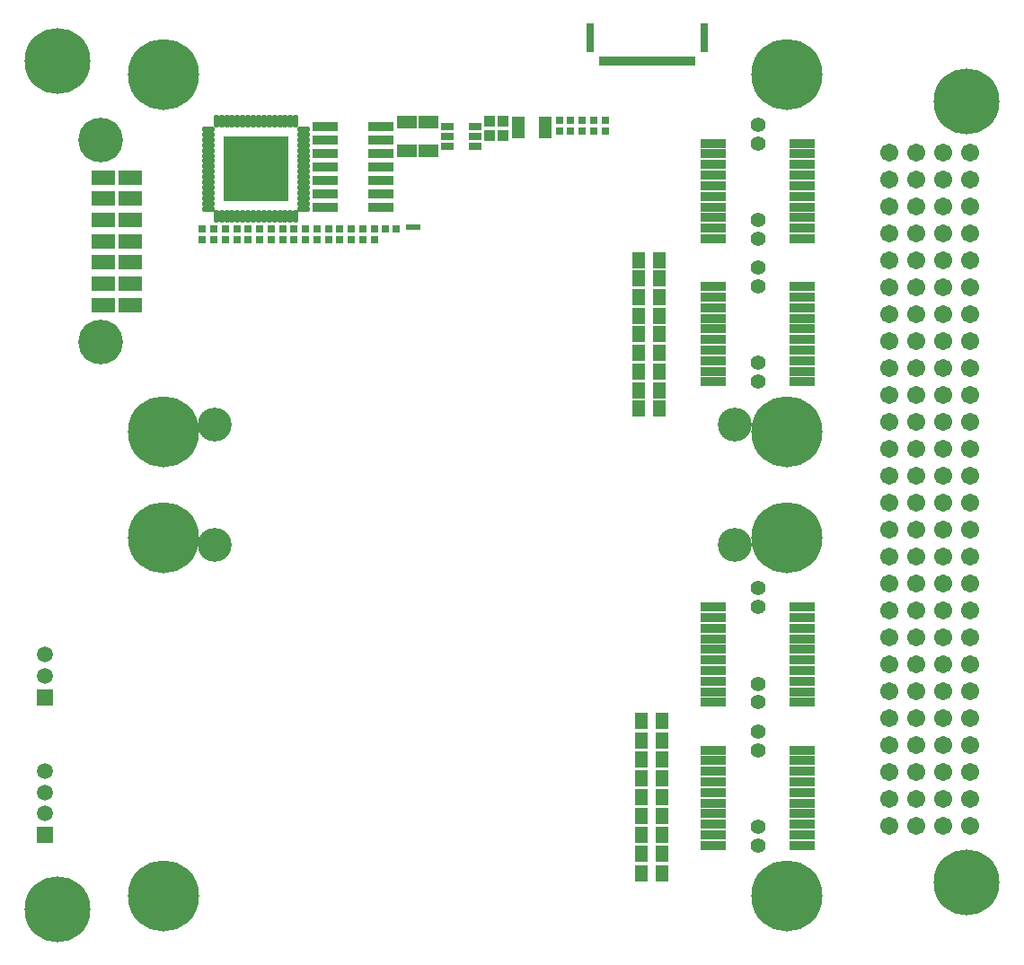
<source format=gts>
G04 Layer_Color=8388736*
%FSLAX44Y44*%
%MOMM*%
G71*
G01*
G75*
%ADD42R,1.2032X1.5032*%
%ADD43R,2.4032X0.8532*%
%ADD44R,1.2032X2.0032*%
%ADD45R,1.9032X1.3032*%
%ADD46R,1.2532X0.8032*%
%ADD47R,0.7032X0.5032*%
%ADD48R,1.1032X1.0032*%
%ADD49R,0.5532X0.9032*%
%ADD50R,0.8032X2.8032*%
%ADD51R,2.4632X0.8132*%
%ADD52R,2.2032X1.4032*%
G04:AMPARAMS|DCode=53|XSize=0.5032mm|YSize=1.2032mm|CornerRadius=0.2216mm|HoleSize=0mm|Usage=FLASHONLY|Rotation=90.000|XOffset=0mm|YOffset=0mm|HoleType=Round|Shape=RoundedRectangle|*
%AMROUNDEDRECTD53*
21,1,0.5032,0.7600,0,0,90.0*
21,1,0.0600,1.2032,0,0,90.0*
1,1,0.4432,0.3800,0.0300*
1,1,0.4432,0.3800,-0.0300*
1,1,0.4432,-0.3800,-0.0300*
1,1,0.4432,-0.3800,0.0300*
%
%ADD53ROUNDEDRECTD53*%
G04:AMPARAMS|DCode=54|XSize=0.5032mm|YSize=1.2032mm|CornerRadius=0.2216mm|HoleSize=0mm|Usage=FLASHONLY|Rotation=0.000|XOffset=0mm|YOffset=0mm|HoleType=Round|Shape=RoundedRectangle|*
%AMROUNDEDRECTD54*
21,1,0.5032,0.7600,0,0,0.0*
21,1,0.0600,1.2032,0,0,0.0*
1,1,0.4432,0.0300,-0.3800*
1,1,0.4432,-0.0300,-0.3800*
1,1,0.4432,-0.0300,0.3800*
1,1,0.4432,0.0300,0.3800*
%
%ADD54ROUNDEDRECTD54*%
%ADD55R,6.2032X6.2032*%
%ADD56R,0.8032X0.8032*%
%ADD57R,0.8032X0.8032*%
%ADD58C,1.5032*%
%ADD59R,1.5032X1.5032*%
%ADD60C,6.7032*%
%ADD61C,1.3932*%
%ADD62C,6.2032*%
%ADD63C,1.7032*%
%ADD64C,3.2032*%
%ADD65C,4.2032*%
%ADD66C,0.8032*%
D42*
X499000Y212250D02*
D03*
X479000D02*
D03*
X499000Y194719D02*
D03*
X479000D02*
D03*
X499000Y177187D02*
D03*
X479000D02*
D03*
X499000Y159656D02*
D03*
X479000D02*
D03*
X499000Y142125D02*
D03*
X479000D02*
D03*
X499000Y124594D02*
D03*
X479000D02*
D03*
X499000Y107063D02*
D03*
X479000D02*
D03*
X499000Y89531D02*
D03*
X479000D02*
D03*
X499000Y72000D02*
D03*
X479000D02*
D03*
X501500Y-222750D02*
D03*
X481500D02*
D03*
X501500Y-240656D02*
D03*
X481500D02*
D03*
X501500Y-258563D02*
D03*
X481500D02*
D03*
X501500Y-276469D02*
D03*
X481500D02*
D03*
X501500Y-294375D02*
D03*
X481500D02*
D03*
X501500Y-312281D02*
D03*
X481500D02*
D03*
X501500Y-330187D02*
D03*
X481500D02*
D03*
X501500Y-348094D02*
D03*
X481500D02*
D03*
X501500Y-366000D02*
D03*
X481500D02*
D03*
D43*
X184216Y338082D02*
D03*
Y325382D02*
D03*
Y312682D02*
D03*
Y299982D02*
D03*
Y287282D02*
D03*
Y274582D02*
D03*
Y261882D02*
D03*
X236216Y338082D02*
D03*
Y325382D02*
D03*
Y312682D02*
D03*
Y299982D02*
D03*
Y287282D02*
D03*
Y274582D02*
D03*
Y261882D02*
D03*
D44*
X366048Y337332D02*
D03*
X391048D02*
D03*
D45*
X260766Y342082D02*
D03*
Y315082D02*
D03*
X281566Y342082D02*
D03*
Y315082D02*
D03*
D46*
X325632Y338332D02*
D03*
Y328832D02*
D03*
Y319332D02*
D03*
X298632D02*
D03*
Y328832D02*
D03*
Y338332D02*
D03*
D47*
X263250Y243250D02*
D03*
X270250D02*
D03*
D48*
X351498Y329582D02*
D03*
Y343582D02*
D03*
X338698Y329582D02*
D03*
Y343582D02*
D03*
D49*
X485000Y400000D02*
D03*
X490000D02*
D03*
X495000D02*
D03*
X500000D02*
D03*
X505000D02*
D03*
X510000D02*
D03*
X515000D02*
D03*
X520000D02*
D03*
X525000D02*
D03*
X530000D02*
D03*
X480000D02*
D03*
X475000D02*
D03*
X470000D02*
D03*
X465000D02*
D03*
X460000D02*
D03*
X455000D02*
D03*
X450000D02*
D03*
X445000D02*
D03*
D50*
X434000Y422000D02*
D03*
X541000D02*
D03*
D51*
X549750Y-115000D02*
D03*
Y-125000D02*
D03*
Y-135000D02*
D03*
Y-145000D02*
D03*
Y-155000D02*
D03*
Y-165000D02*
D03*
Y-175000D02*
D03*
Y-185000D02*
D03*
Y-195000D02*
D03*
Y-205000D02*
D03*
X633550D02*
D03*
Y-195000D02*
D03*
Y-185000D02*
D03*
Y-175000D02*
D03*
Y-165000D02*
D03*
Y-155000D02*
D03*
Y-145000D02*
D03*
Y-135000D02*
D03*
Y-125000D02*
D03*
Y-115000D02*
D03*
X549750Y322300D02*
D03*
Y312300D02*
D03*
Y302300D02*
D03*
Y292300D02*
D03*
Y282300D02*
D03*
Y272300D02*
D03*
Y262300D02*
D03*
Y252300D02*
D03*
Y242300D02*
D03*
Y232300D02*
D03*
X633550D02*
D03*
Y242300D02*
D03*
Y252300D02*
D03*
Y262300D02*
D03*
Y272300D02*
D03*
Y282300D02*
D03*
Y292300D02*
D03*
Y302300D02*
D03*
Y312300D02*
D03*
Y322300D02*
D03*
X549750Y187300D02*
D03*
Y177300D02*
D03*
Y167300D02*
D03*
Y157300D02*
D03*
Y147300D02*
D03*
Y137300D02*
D03*
Y127300D02*
D03*
Y117300D02*
D03*
Y107300D02*
D03*
Y97300D02*
D03*
X633550D02*
D03*
Y107300D02*
D03*
Y117300D02*
D03*
Y127300D02*
D03*
Y137300D02*
D03*
Y147300D02*
D03*
Y157300D02*
D03*
Y167300D02*
D03*
Y177300D02*
D03*
Y187300D02*
D03*
X549750Y-250000D02*
D03*
Y-260000D02*
D03*
Y-270000D02*
D03*
Y-280000D02*
D03*
Y-290000D02*
D03*
Y-300000D02*
D03*
Y-310000D02*
D03*
Y-320000D02*
D03*
Y-330000D02*
D03*
Y-340000D02*
D03*
X633550D02*
D03*
Y-330000D02*
D03*
Y-320000D02*
D03*
Y-310000D02*
D03*
Y-300000D02*
D03*
Y-290000D02*
D03*
Y-280000D02*
D03*
Y-270000D02*
D03*
Y-260000D02*
D03*
Y-250000D02*
D03*
D52*
X0Y170000D02*
D03*
X-25000D02*
D03*
X0Y190000D02*
D03*
X-25000D02*
D03*
X0Y210000D02*
D03*
X-25000D02*
D03*
X0Y230000D02*
D03*
X-25000D02*
D03*
X0Y250000D02*
D03*
X-25000D02*
D03*
X0Y270000D02*
D03*
X-25000D02*
D03*
X0Y290000D02*
D03*
X-25000D02*
D03*
D53*
X73650Y335566D02*
D03*
Y330566D02*
D03*
Y325566D02*
D03*
Y320566D02*
D03*
Y315566D02*
D03*
Y310566D02*
D03*
Y305566D02*
D03*
Y300566D02*
D03*
Y295566D02*
D03*
Y290566D02*
D03*
Y285566D02*
D03*
Y280566D02*
D03*
Y275566D02*
D03*
Y270566D02*
D03*
Y265566D02*
D03*
Y260566D02*
D03*
X163650D02*
D03*
Y265566D02*
D03*
Y270566D02*
D03*
Y275566D02*
D03*
Y280566D02*
D03*
Y285566D02*
D03*
Y290566D02*
D03*
Y295566D02*
D03*
Y300566D02*
D03*
Y305566D02*
D03*
Y310566D02*
D03*
Y315566D02*
D03*
Y320566D02*
D03*
Y325566D02*
D03*
Y330566D02*
D03*
Y335566D02*
D03*
D54*
X81150Y253066D02*
D03*
X86150D02*
D03*
X91150D02*
D03*
X96150D02*
D03*
X101150D02*
D03*
X106150D02*
D03*
X111150D02*
D03*
X116150D02*
D03*
X121150D02*
D03*
X126150D02*
D03*
X131150D02*
D03*
X136150D02*
D03*
X141150D02*
D03*
X146150D02*
D03*
X151150D02*
D03*
X156150D02*
D03*
Y343066D02*
D03*
X151150D02*
D03*
X146150D02*
D03*
X141150D02*
D03*
X136150D02*
D03*
X131150D02*
D03*
X126150D02*
D03*
X121150D02*
D03*
X116150D02*
D03*
X111150D02*
D03*
X106150D02*
D03*
X101150D02*
D03*
X96150D02*
D03*
X91150D02*
D03*
X86150D02*
D03*
X81150D02*
D03*
D55*
X118650Y298066D02*
D03*
D56*
X78950Y241250D02*
D03*
Y231250D02*
D03*
X68150Y241250D02*
D03*
Y231250D02*
D03*
X230150Y241250D02*
D03*
Y231250D02*
D03*
X186950D02*
D03*
Y241250D02*
D03*
X122150D02*
D03*
Y231250D02*
D03*
X165350D02*
D03*
Y241250D02*
D03*
X176150D02*
D03*
Y231250D02*
D03*
X154550D02*
D03*
Y241250D02*
D03*
X132950D02*
D03*
Y231250D02*
D03*
X143750D02*
D03*
Y241250D02*
D03*
X219350D02*
D03*
Y231250D02*
D03*
X197750D02*
D03*
Y241250D02*
D03*
X208550D02*
D03*
Y231250D02*
D03*
X436998Y344082D02*
D03*
Y334082D02*
D03*
X447798Y344082D02*
D03*
Y334082D02*
D03*
X426198Y344082D02*
D03*
Y334082D02*
D03*
X404598Y344082D02*
D03*
Y334082D02*
D03*
X415398Y344082D02*
D03*
Y334082D02*
D03*
X100550Y241250D02*
D03*
Y231250D02*
D03*
X111350D02*
D03*
Y241250D02*
D03*
X89750D02*
D03*
Y231250D02*
D03*
D57*
X240950Y241250D02*
D03*
X250950D02*
D03*
D58*
X-80000Y-290000D02*
D03*
Y-310000D02*
D03*
Y-270000D02*
D03*
Y-160000D02*
D03*
Y-180000D02*
D03*
D59*
Y-330000D02*
D03*
Y-200000D02*
D03*
D60*
X618650Y-387300D02*
D03*
Y387300D02*
D03*
Y50000D02*
D03*
Y-50000D02*
D03*
X31350Y387300D02*
D03*
Y50000D02*
D03*
Y-50000D02*
D03*
Y-387300D02*
D03*
D61*
X591650Y-97300D02*
D03*
Y-187300D02*
D03*
Y250000D02*
D03*
Y340000D02*
D03*
Y-115000D02*
D03*
Y-205000D02*
D03*
Y322300D02*
D03*
Y232300D02*
D03*
Y187300D02*
D03*
Y97300D02*
D03*
Y-322300D02*
D03*
Y-232300D02*
D03*
Y115000D02*
D03*
Y205000D02*
D03*
Y-250000D02*
D03*
Y-340000D02*
D03*
D62*
X788650Y362000D02*
D03*
Y-374600D02*
D03*
X-68650Y400100D02*
D03*
Y-400000D02*
D03*
D63*
X715910Y313440D02*
D03*
X741310D02*
D03*
X715910Y288040D02*
D03*
X741310D02*
D03*
X715910Y262640D02*
D03*
X741310D02*
D03*
X715910Y237240D02*
D03*
X741310D02*
D03*
X715910Y211840D02*
D03*
X741310D02*
D03*
X715910Y186440D02*
D03*
X741310D02*
D03*
X715910Y161040D02*
D03*
X741310D02*
D03*
X715910Y135640D02*
D03*
X741310D02*
D03*
X715910Y110240D02*
D03*
X741310D02*
D03*
X715910Y84840D02*
D03*
X741310D02*
D03*
X715910Y59440D02*
D03*
X741310D02*
D03*
X715910Y34040D02*
D03*
X741310D02*
D03*
X715910Y8640D02*
D03*
X741310D02*
D03*
X715910Y-16760D02*
D03*
X741310D02*
D03*
X715910Y-42160D02*
D03*
X741310D02*
D03*
X715910Y-67560D02*
D03*
X741310D02*
D03*
X715910Y-92960D02*
D03*
X741310D02*
D03*
X715910Y-118360D02*
D03*
X741310D02*
D03*
X715910Y-143760D02*
D03*
X741310D02*
D03*
X715910Y-169160D02*
D03*
X741310D02*
D03*
X715910Y-194560D02*
D03*
X741310D02*
D03*
X715910Y-219960D02*
D03*
X741310D02*
D03*
X715910Y-245360D02*
D03*
X741310D02*
D03*
X715910Y-270760D02*
D03*
X741310D02*
D03*
X715910Y-296160D02*
D03*
X741310D02*
D03*
X715910Y-321560D02*
D03*
X741310D02*
D03*
X792110D02*
D03*
X766710D02*
D03*
X792110Y-296160D02*
D03*
X766710D02*
D03*
X792110Y-270760D02*
D03*
X766710D02*
D03*
X792110Y-245360D02*
D03*
X766710D02*
D03*
X792110Y-219960D02*
D03*
X766710D02*
D03*
X792110Y-194560D02*
D03*
X766710D02*
D03*
X792110Y-169160D02*
D03*
X766710D02*
D03*
X792110Y-143760D02*
D03*
X766710D02*
D03*
X792110Y-118360D02*
D03*
X766710D02*
D03*
X792110Y-92960D02*
D03*
X766710D02*
D03*
X792110Y-67560D02*
D03*
X766710D02*
D03*
X792110Y-42160D02*
D03*
X766710D02*
D03*
X792110Y-16760D02*
D03*
X766710D02*
D03*
X792110Y8640D02*
D03*
X766710D02*
D03*
X792110Y34040D02*
D03*
X766710D02*
D03*
X792110Y59440D02*
D03*
X766710D02*
D03*
X792110Y84840D02*
D03*
X766710D02*
D03*
X792110Y110240D02*
D03*
X766710D02*
D03*
X792110Y135640D02*
D03*
X766710D02*
D03*
X792110Y161040D02*
D03*
X766710D02*
D03*
X792110Y186440D02*
D03*
X766710D02*
D03*
X792110Y211840D02*
D03*
X766710D02*
D03*
X792110Y237240D02*
D03*
X766710D02*
D03*
X792110Y262640D02*
D03*
X766710D02*
D03*
X792110Y288040D02*
D03*
X766710D02*
D03*
X792110Y313440D02*
D03*
X766710D02*
D03*
D64*
X570000Y56650D02*
D03*
X80000D02*
D03*
X570000Y-56650D02*
D03*
X80000D02*
D03*
D65*
X-27500Y135000D02*
D03*
Y325000D02*
D03*
D66*
X630000Y-185000D02*
D03*
Y-175000D02*
D03*
Y-195000D02*
D03*
Y-205000D02*
D03*
X555000D02*
D03*
Y-195000D02*
D03*
Y-185000D02*
D03*
Y-175000D02*
D03*
Y-165000D02*
D03*
Y-155000D02*
D03*
Y-145000D02*
D03*
Y-135000D02*
D03*
Y-125000D02*
D03*
Y-115000D02*
D03*
X630000D02*
D03*
Y-125000D02*
D03*
Y-135000D02*
D03*
Y-145000D02*
D03*
Y-155000D02*
D03*
Y-165000D02*
D03*
X633550Y97300D02*
D03*
Y107300D02*
D03*
Y117300D02*
D03*
Y127300D02*
D03*
Y137300D02*
D03*
Y147300D02*
D03*
Y157300D02*
D03*
Y167300D02*
D03*
Y177300D02*
D03*
Y187300D02*
D03*
X549750D02*
D03*
Y177300D02*
D03*
Y167300D02*
D03*
Y157300D02*
D03*
Y147300D02*
D03*
Y137300D02*
D03*
Y127300D02*
D03*
Y117300D02*
D03*
Y107300D02*
D03*
Y97300D02*
D03*
X633550Y322300D02*
D03*
Y312300D02*
D03*
Y302300D02*
D03*
Y292300D02*
D03*
Y282300D02*
D03*
Y272300D02*
D03*
Y262300D02*
D03*
Y252300D02*
D03*
Y242300D02*
D03*
Y232300D02*
D03*
X549750D02*
D03*
Y242300D02*
D03*
Y252300D02*
D03*
Y262300D02*
D03*
Y272300D02*
D03*
Y282300D02*
D03*
X550000Y292500D02*
D03*
Y302500D02*
D03*
Y312500D02*
D03*
X549750Y322300D02*
D03*
Y-250000D02*
D03*
Y-260000D02*
D03*
Y-270000D02*
D03*
Y-280000D02*
D03*
Y-290000D02*
D03*
Y-300000D02*
D03*
Y-310000D02*
D03*
Y-320000D02*
D03*
Y-330000D02*
D03*
Y-340000D02*
D03*
X633550D02*
D03*
Y-330000D02*
D03*
Y-320000D02*
D03*
Y-310000D02*
D03*
Y-300000D02*
D03*
Y-290000D02*
D03*
Y-280000D02*
D03*
Y-270000D02*
D03*
Y-260000D02*
D03*
Y-250000D02*
D03*
M02*

</source>
